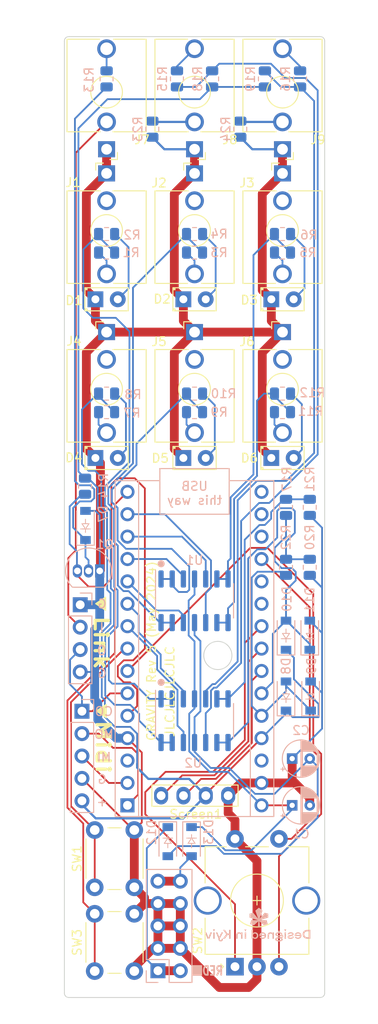
<source format=kicad_pcb>
(kicad_pcb (version 20221018) (generator pcbnew)

  (general
    (thickness 1.6)
  )

  (paper "A4")
  (layers
    (0 "F.Cu" signal)
    (31 "B.Cu" signal)
    (32 "B.Adhes" user "B.Adhesive")
    (33 "F.Adhes" user "F.Adhesive")
    (34 "B.Paste" user)
    (35 "F.Paste" user)
    (36 "B.SilkS" user "B.Silkscreen")
    (37 "F.SilkS" user "F.Silkscreen")
    (38 "B.Mask" user)
    (39 "F.Mask" user)
    (40 "Dwgs.User" user "User.Drawings")
    (41 "Cmts.User" user "User.Comments")
    (42 "Eco1.User" user "User.Eco1")
    (43 "Eco2.User" user "User.Eco2")
    (44 "Edge.Cuts" user)
    (45 "Margin" user)
    (46 "B.CrtYd" user "B.Courtyard")
    (47 "F.CrtYd" user "F.Courtyard")
    (48 "B.Fab" user)
    (49 "F.Fab" user)
    (50 "User.1" user)
    (51 "User.2" user)
    (52 "User.3" user)
    (53 "User.4" user)
    (54 "User.5" user)
    (55 "User.6" user)
    (56 "User.7" user)
    (57 "User.8" user)
    (58 "User.9" user)
  )

  (setup
    (stackup
      (layer "F.SilkS" (type "Top Silk Screen"))
      (layer "F.Paste" (type "Top Solder Paste"))
      (layer "F.Mask" (type "Top Solder Mask") (thickness 0.01))
      (layer "F.Cu" (type "copper") (thickness 0.035))
      (layer "dielectric 1" (type "core") (thickness 1.51) (material "FR4") (epsilon_r 4.5) (loss_tangent 0.02))
      (layer "B.Cu" (type "copper") (thickness 0.035))
      (layer "B.Mask" (type "Bottom Solder Mask") (thickness 0.01))
      (layer "B.Paste" (type "Bottom Solder Paste"))
      (layer "B.SilkS" (type "Bottom Silk Screen"))
      (copper_finish "None")
      (dielectric_constraints no)
    )
    (pad_to_mask_clearance 0)
    (aux_axis_origin 100 40)
    (pcbplotparams
      (layerselection 0x00010fc_ffffffff)
      (plot_on_all_layers_selection 0x0000000_00000000)
      (disableapertmacros false)
      (usegerberextensions false)
      (usegerberattributes true)
      (usegerberadvancedattributes true)
      (creategerberjobfile true)
      (dashed_line_dash_ratio 12.000000)
      (dashed_line_gap_ratio 3.000000)
      (svgprecision 6)
      (plotframeref false)
      (viasonmask false)
      (mode 1)
      (useauxorigin false)
      (hpglpennumber 1)
      (hpglpenspeed 20)
      (hpglpendiameter 15.000000)
      (dxfpolygonmode true)
      (dxfimperialunits true)
      (dxfusepcbnewfont true)
      (psnegative false)
      (psa4output false)
      (plotreference true)
      (plotvalue true)
      (plotinvisibletext false)
      (sketchpadsonfab false)
      (subtractmaskfromsilk false)
      (outputformat 1)
      (mirror false)
      (drillshape 0)
      (scaleselection 1)
      (outputdirectory "REV5 Exports/")
    )
  )

  (net 0 "")
  (net 1 "Serial Out")
  (net 2 "Serial In")
  (net 3 "unconnected-(A1-~{RESET}-Pad3)")
  (net 4 "GND")
  (net 5 "DIGITAL INPUT")
  (net 6 "ENC_D2")
  (net 7 "ENC_D1")
  (net 8 "Channel 1")
  (net 9 "Channel 3")
  (net 10 "Channel 4")
  (net 11 "Channel 6")
  (net 12 "START STOP BTN")
  (net 13 "SHIFT BTN")
  (net 14 "24ppqn OUT")
  (net 15 "unconnected-(A1-D13-Pad16)")
  (net 16 "unconnected-(A1-3V3-Pad17)")
  (net 17 "unconnected-(A1-AREF-Pad18)")
  (net 18 "unconnected-(A1-A1-Pad20)")
  (net 19 "ENC_BTN")
  (net 20 "I2C SDA")
  (net 21 "I2C SCL")
  (net 22 "+5V")
  (net 23 "unconnected-(A1-A2-Pad21)")
  (net 24 "+12V")
  (net 25 "unconnected-(A1-~{RESET}-Pad28)")
  (net 26 "Net-(D1-A)")
  (net 27 "Net-(D2-A)")
  (net 28 "Net-(D3-A)")
  (net 29 "Net-(D4-A)")
  (net 30 "Net-(D5-A)")
  (net 31 "Net-(D6-A)")
  (net 32 "Net-(J1-PadT)")
  (net 33 "unconnected-(J1-PadTN)")
  (net 34 "Net-(J2-PadT)")
  (net 35 "unconnected-(J2-PadTN)")
  (net 36 "Net-(J3-PadT)")
  (net 37 "unconnected-(J3-PadTN)")
  (net 38 "Net-(J4-PadT)")
  (net 39 "unconnected-(J4-PadTN)")
  (net 40 "Net-(J5-PadT)")
  (net 41 "unconnected-(J5-PadTN)")
  (net 42 "Net-(J6-PadT)")
  (net 43 "unconnected-(J6-PadTN)")
  (net 44 "Net-(J7-PadT)")
  (net 45 "DIGITAL INPUT PIN")
  (net 46 "Net-(J8-PadT)")
  (net 47 "Net-(J8-PadTN)")
  (net 48 "Net-(J9-PadT)")
  (net 49 "Net-(J9-PadTN)")
  (net 50 "CV2 INPUT")
  (net 51 "-12V")
  (net 52 "CV1 INPUT")
  (net 53 "Net-(D7-K)")
  (net 54 "Net-(D12-K)")
  (net 55 "Net-(D13-A)")
  (net 56 "Net-(U2A--)")
  (net 57 "Net-(U1D--)")
  (net 58 "Net-(U1B--)")
  (net 59 "Net-(U2D--)")
  (net 60 "Net-(U1A--)")
  (net 61 "Net-(U1C--)")
  (net 62 "Net-(U2C-+)")
  (net 63 "Net-(U2B-+)")
  (net 64 "Net-(U2B--)")
  (net 65 "Net-(U2C--)")
  (net 66 "Channel 2")
  (net 67 "Channel 5")

  (footprint "gtoe:thonkiconn" (layer "F.Cu") (at 124.8 46.3 180))

  (footprint "gtoe:button" (layer "F.Cu") (at 105.7 142.75 90))

  (footprint "gtoe:FlatTopLed" (layer "F.Cu") (at 114.8 87.8))

  (footprint "gtoe:thonkiconn" (layer "F.Cu") (at 114.8 62))

  (footprint "gtoe:thonkiconn" (layer "F.Cu") (at 114.8 80))

  (footprint "gtoe:FlatTopLed" (layer "F.Cu") (at 104.8 87.8))

  (footprint "gtoe:FlatTopLed" (layer "F.Cu") (at 124.8 69.8))

  (footprint "gtoe:I2C SSD1306" (layer "F.Cu") (at 114.95 115.8 180))

  (footprint "gtoe:thonkiconn" (layer "F.Cu") (at 124.8 62))

  (footprint "gtoe:FlatTopLed" (layer "F.Cu") (at 114.8 69.8))

  (footprint "gtoe:SwitchEncoder" (layer "F.Cu") (at 121.9 138 90))

  (footprint "gtoe:thonkiconn" (layer "F.Cu") (at 114.8 46.3 180))

  (footprint "gtoe:thonkiconn" (layer "F.Cu") (at 124.8 80))

  (footprint "gtoe:thonkiconn" (layer "F.Cu") (at 104.8 62))

  (footprint "gtoe:FlatTopLed" (layer "F.Cu") (at 124.8 87.8))

  (footprint "gtoe:FlatTopLed" (layer "F.Cu") (at 104.8 69.8))

  (footprint "gtoe:thonkiconn" (layer "F.Cu") (at 104.8 80))

  (footprint "gtoe:thonkiconn" (layer "F.Cu") (at 104.8 46.3 180))

  (footprint "gtoe:button" (layer "F.Cu") (at 105.7 133.25 90))

  (footprint "Diode_SMD:D_SOD-123" (layer "B.Cu") (at 114.46 131.318 -90))

  (footprint "Resistor_SMD:R_0805_2012Metric" (layer "B.Cu") (at 120 50.5 -90))

  (footprint "Resistor_SMD:R_0805_2012Metric" (layer "B.Cu") (at 122.8 44.8 -90))

  (footprint "Capacitor_THT:CP_Radial_D4.0mm_P2.00mm" (layer "B.Cu") (at 125.9 127.2))

  (footprint "Diode_SMD:D_SOD-123" (layer "B.Cu") (at 128 114.8 90))

  (footprint "Diode_SMD:D_SOD-123" (layer "B.Cu") (at 127.9 107.9 90))

  (footprint "Resistor_SMD:R_0805_2012Metric" (layer "B.Cu") (at 114.8 82.6 180))

  (footprint "Diode_SMD:D_SOD-123" (layer "B.Cu") (at 111.76 131.318 -90))

  (footprint "Resistor_SMD:R_0805_2012Metric" (layer "B.Cu") (at 114.8 64.5 180))

  (footprint "Package_SO:SO-14_3.9x8.65mm_P1.27mm" (layer "B.Cu") (at 114.8 117.6 -90))

  (footprint "Connector_PinHeader_2.54mm:PinHeader_1x04_P2.54mm_Vertical" (layer "B.Cu") (at 101.8 104.45 180))

  (footprint "Resistor_SMD:R_0805_2012Metric" (layer "B.Cu") (at 110 50.5 -90))

  (footprint "gtoe:Arduino_Nano (adjusted courtyard)" (layer "B.Cu") (at 114.8 112))

  (footprint "Resistor_SMD:R_0805_2012Metric" (layer "B.Cu") (at 104.8 44.8 -90))

  (footprint "Resistor_SMD:R_0805_2012Metric" (layer "B.Cu") (at 104.8 82.6 180))

  (footprint "Resistor_SMD:R_0805_2012Metric" (layer "B.Cu")
    (tstamp 5a3cad3e-9522-438f-83f0-08f921b3e11b)
    (at 124.8 80.5 180)
    (descr "Resistor SMD 0805 (2012 Metric), square (rectangular) end terminal, IPC_7351 nominal, (Body size source: IPC-SM-782 page 72, https://www.pcb-3d.com/wordpress/wp-content/uploads/ipc-sm-782a_amendment_1_and_2.pdf), generated with kicad-footprint-generator")
    (tags "resistor")
    (property "Sheetfile" "gtoe.kicad_sch")
    (property "Sheetname" "")
    (property "ki_description" "Resistor")
    (property "ki_keywords" "R res resistor")
    (path "/a28a485b-3e61-4755-b079-fb806cd43fc7")
    (attr smd)
    (fp_text reference "R12" (at -3.3875 0.1) (layer "B.SilkS")
        (effects (font (size 1 1) (thickness 0.15)) (justify mirror))
      (tstamp 5214dbb7-fe45-46f2-9a83-66c4fa4905bd)
    )
    (fp_text value "1K" (at 0 -1.65) (layer "B.Fab")
        (effects (font (size 1 1) (thickness 0.15)) (justify mirror))
      (tstamp 8e02aec3-0a8a-46d2-9563-05eedbe2477d)
    )
    (fp_text user "${REFERENCE}" (at 0 0) (layer "B.Fab")
        (effects (font (size 0.5 0.5) (thickness 0.08)) (justify mirror))
      (tstamp af840e9a-526d-4fb6-a942-59221867a2a6)
    )
    (fp_line (start -0.227064 -0.735) (end 0.227064 -0.735)
      (stroke (width 0.12) (type solid)) (layer "B.SilkS") (tstamp 30d71f2b-8077-4ca2-a5e2-76c12ac6e221))
    (fp_line (start -0.227064 0.735) (end 0.227064 0.735)
      (stroke (width 0.12) (type solid)) (layer "B.SilkS") (tstamp df6ee80c-efce-47b7-acc2-4afe4fdfaa30))
    (fp_line (start -1.68 -0.95) (end -1.68 0.95)
      (stroke (width 0.05) (type solid)) (layer "B.CrtYd") (tstamp ce9074bb-e4eb-4cb2-ae1e-ed0adcaf570e))
    (fp_line (start -1.68 0.95) (end 1.68 0.95)
      (stroke (width 0.05) (type solid)) (layer "B.CrtYd") (tstamp ffcaa90c-79d5-4d8f-a85d-75b7e947f593))
    (fp_line (start 1.68 -0.95) (end -1.68 -0.95)
      (stroke (width 0.05) (type solid)) (layer "B.CrtYd") (tstamp a3702653-0cfb-4cfa-b6ca-a8f06cf88869))
    (fp_line (start 1.68 0.95) (end 1.68 -0.95)
      (stroke (width 0.05) (type solid)) (layer "B.CrtYd") (tstamp e2fa597a-4413-478c-a210-45315e4435be))
    (fp_line (start -1 -0.625) (end -1 0.625)
      (stroke (width 0.1) (type solid)) (layer "B.Fab") (tstamp 704e7893-4dff-492e-ab71-2502c7698b91))
    (fp_line (start -1 0.625) (end 1 0.625)
      (stroke (width 0.1) (type solid)) (layer "B.Fab") (tstamp 6ec64792-1cd2-42ea-b783-844fba8632b5))
    (fp_line (start 1 -0.625) (end -1 -0.625)
      (stroke (width 0.1) (type solid)) (layer "B.Fab") (tstamp 1c9b3acc-6414-4524-8579-e30826bad966))
    (fp_line (start
... [296053 chars truncated]
</source>
